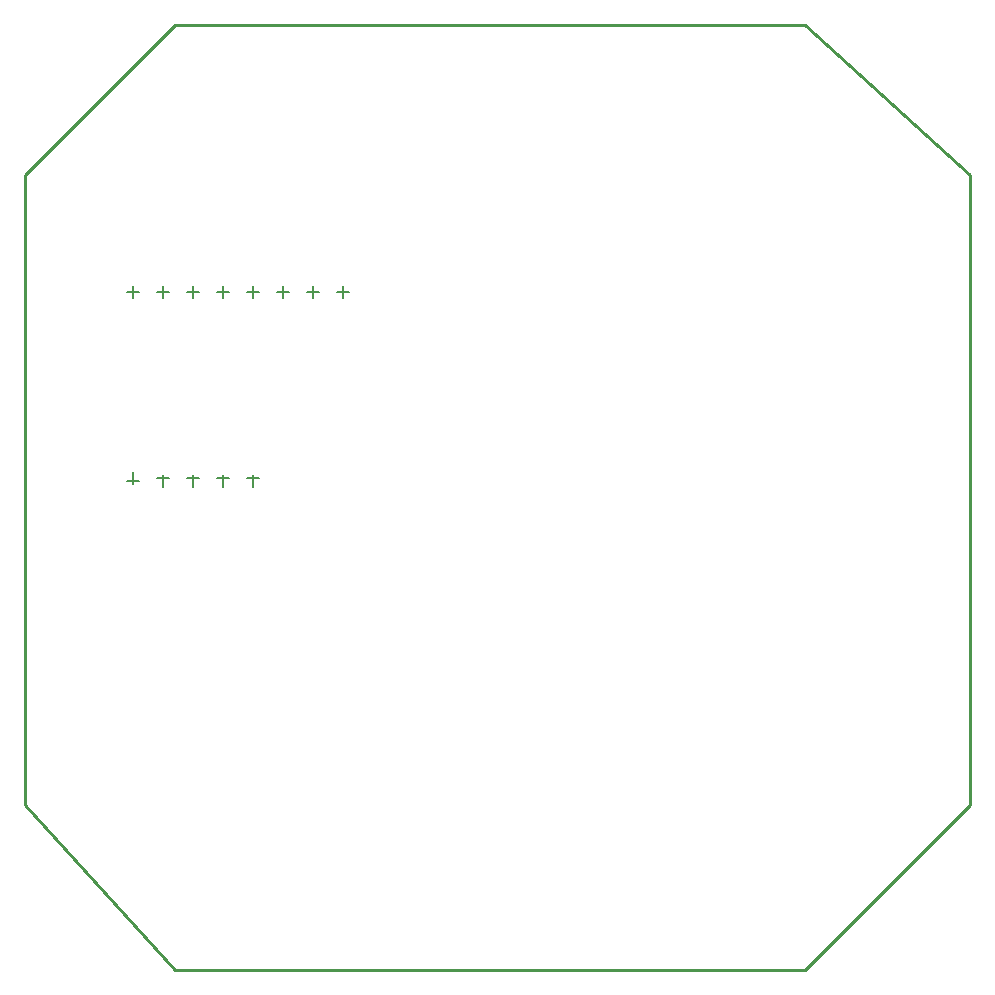
<source format=gko>
G04 Layer: BoardOutlineLayer*
G04 EasyEDA v6.5.5, 2022-07-13 22:11:28*
G04 388c56e55b024576a5eedb72c528fe0a,d87ca97578a24c0188edd79bd05468ec,10*
G04 Gerber Generator version 0.2*
G04 Scale: 100 percent, Rotated: No, Reflected: No *
G04 Dimensions in millimeters *
G04 leading zeros omitted , absolute positions ,4 integer and 5 decimal *
%FSLAX45Y45*%
%MOMM*%

%ADD10C,0.2540*%
%ADD11C,0.1270*%
D10*
X0Y-1270000D02*
G01*
X1270000Y0D01*
X6604000Y0D01*
X7999984Y-1270000D01*
X7999984Y-6604000D01*
X6604000Y-7999984D01*
X6604000Y-7999984D01*
X1270000Y-7999984D01*
X0Y-6604000D01*
X0Y-1270000D01*
D11*
X1117600Y-3835400D02*
G01*
X1219200Y-3835400D01*
X1371600Y-3835400D02*
G01*
X1473200Y-3835400D01*
X1625600Y-3835400D02*
G01*
X1727200Y-3835400D01*
X1879600Y-3835400D02*
G01*
X1981200Y-3835400D01*
X1168400Y-3810000D02*
G01*
X1168400Y-3911600D01*
X863600Y-3860800D02*
G01*
X965200Y-3860800D01*
X1422400Y-3810000D02*
G01*
X1422400Y-3911600D01*
X1676400Y-3810000D02*
G01*
X1676400Y-3911600D01*
X1930400Y-3810000D02*
G01*
X1930400Y-3911600D01*
X914400Y-3784600D02*
G01*
X914400Y-3886200D01*
X1676400Y-2209800D02*
G01*
X1676400Y-2311400D01*
X1625600Y-2260600D02*
G01*
X1727200Y-2260600D01*
X1168400Y-2209800D02*
G01*
X1168400Y-2311400D01*
X1117600Y-2260600D02*
G01*
X1219200Y-2260600D01*
X1930400Y-2209800D02*
G01*
X1930400Y-2311400D01*
X1879600Y-2260600D02*
G01*
X1981200Y-2260600D01*
X1422400Y-2209800D02*
G01*
X1422400Y-2311400D01*
X1371600Y-2260600D02*
G01*
X1473200Y-2260600D01*
X914400Y-2209800D02*
G01*
X914400Y-2311400D01*
X863600Y-2260600D02*
G01*
X965200Y-2260600D01*
X2184400Y-2209800D02*
G01*
X2184400Y-2311400D01*
X2133600Y-2260600D02*
G01*
X2235200Y-2260600D01*
X2438400Y-2209800D02*
G01*
X2438400Y-2311400D01*
X2387600Y-2260600D02*
G01*
X2489200Y-2260600D01*
X2692400Y-2209800D02*
G01*
X2692400Y-2311400D01*
X2641600Y-2260600D02*
G01*
X2743200Y-2260600D01*

%LPD*%
M02*

</source>
